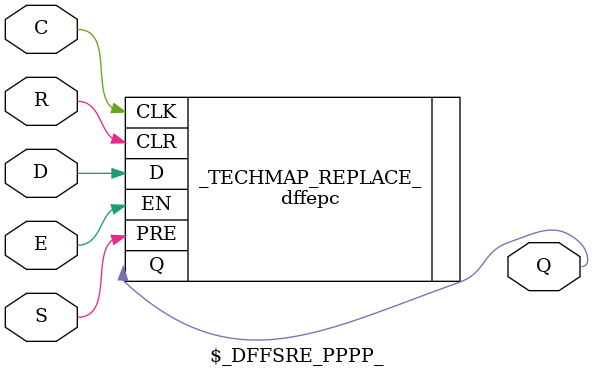
<source format=v>

module \$_DFFSRE_PPPP_ (
    input  C,
    S,
    R,
    E,
    D,
    output Q
);
  wire _TECHMAP_REMOVEINIT_Q_ = 1;
  dffepc _TECHMAP_REPLACE_ (
      .CLK(C),
      .PRE(S),
      .CLR(R),
      .EN (E),
      .D  (D),
      .Q  (Q)
  );
endmodule

</source>
